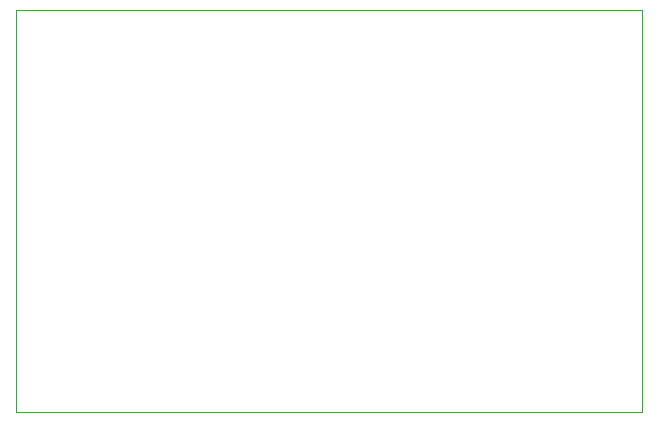
<source format=gbr>
G04 #@! TF.GenerationSoftware,KiCad,Pcbnew,5.1.2-f72e74a~84~ubuntu18.04.1*
G04 #@! TF.CreationDate,2019-09-03T03:08:37+02:00*
G04 #@! TF.ProjectId,board,626f6172-642e-46b6-9963-61645f706362,rev?*
G04 #@! TF.SameCoordinates,Original*
G04 #@! TF.FileFunction,Profile,NP*
%FSLAX46Y46*%
G04 Gerber Fmt 4.6, Leading zero omitted, Abs format (unit mm)*
G04 Created by KiCad (PCBNEW 5.1.2-f72e74a~84~ubuntu18.04.1) date 2019-09-03 03:08:37*
%MOMM*%
%LPD*%
G04 APERTURE LIST*
%ADD10C,0.050000*%
G04 APERTURE END LIST*
D10*
X153000000Y-100000000D02*
X153000000Y-134000000D01*
X100000000Y-134000000D02*
X153000000Y-134000000D01*
X100000000Y-100000000D02*
X153000000Y-100000000D01*
X100000000Y-100000000D02*
X100000000Y-134000000D01*
M02*

</source>
